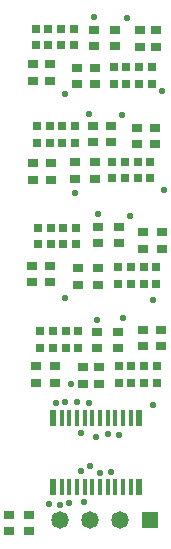
<source format=gts>
%FSLAX44Y44*%
%MOMM*%
G71*
G01*
G75*
G04 Layer_Color=8388736*
%ADD10R,0.7250X0.7000*%
%ADD11R,0.9000X0.8000*%
%ADD12R,0.6000X1.3500*%
%ADD13R,0.4000X1.3500*%
%ADD14C,0.2000*%
%ADD15C,1.5000*%
%ADD16R,1.5000X1.5000*%
%ADD17C,0.6000*%
%ADD18C,0.2540*%
%ADD19R,0.7050X0.6800*%
%ADD20R,0.8800X0.7800*%
%ADD21R,0.5800X1.3300*%
%ADD22R,0.3800X1.3300*%
%ADD23C,1.4800*%
%ADD24R,1.4800X1.4800*%
%ADD25C,0.5800*%
D19*
X560840Y946150D02*
D03*
X571590D02*
D03*
X582340D02*
D03*
X593090D02*
D03*
X560840Y960150D02*
D03*
X571590D02*
D03*
X582340D02*
D03*
X593090D02*
D03*
X659525Y930290D02*
D03*
X648775D02*
D03*
X638025D02*
D03*
X627275D02*
D03*
X659525Y916290D02*
D03*
X648775D02*
D03*
X638025D02*
D03*
X627275D02*
D03*
X659130Y1014080D02*
D03*
X648380D02*
D03*
X637630D02*
D03*
X626880D02*
D03*
X659130Y1000080D02*
D03*
X648380D02*
D03*
X637630D02*
D03*
X626880D02*
D03*
X558858Y1033780D02*
D03*
X569608D02*
D03*
X580358D02*
D03*
X591108D02*
D03*
X558858Y1047780D02*
D03*
X569608D02*
D03*
X580358D02*
D03*
X591108D02*
D03*
X558210Y1119527D02*
D03*
X568960D02*
D03*
X579710D02*
D03*
X590460D02*
D03*
X558210Y1133527D02*
D03*
X568960D02*
D03*
X579710D02*
D03*
X590460D02*
D03*
X557030Y1202070D02*
D03*
X567780D02*
D03*
X578530D02*
D03*
X589280D02*
D03*
X557030Y1216070D02*
D03*
X567780D02*
D03*
X578530D02*
D03*
X589280D02*
D03*
X655320Y1183670D02*
D03*
X644570D02*
D03*
X633820D02*
D03*
X623070D02*
D03*
X655320Y1169670D02*
D03*
X644570D02*
D03*
X633820D02*
D03*
X623070D02*
D03*
X654050Y1103630D02*
D03*
X643300D02*
D03*
X632550D02*
D03*
X621800D02*
D03*
X654050Y1089630D02*
D03*
X643300D02*
D03*
X632550D02*
D03*
X621800D02*
D03*
D20*
X591820Y1183050D02*
D03*
Y1169050D02*
D03*
X607060Y1183050D02*
D03*
Y1169050D02*
D03*
X659130Y1200800D02*
D03*
Y1214800D02*
D03*
X645160Y1200800D02*
D03*
Y1214800D02*
D03*
X596900Y915670D02*
D03*
Y929670D02*
D03*
X620440Y1134147D02*
D03*
Y1120147D02*
D03*
X569640Y1102397D02*
D03*
Y1088397D02*
D03*
X554400Y1102397D02*
D03*
Y1088397D02*
D03*
X590550Y1103010D02*
D03*
Y1089010D02*
D03*
X607060Y1103010D02*
D03*
Y1089010D02*
D03*
X642620Y1118220D02*
D03*
Y1132220D02*
D03*
X657860Y1118220D02*
D03*
Y1132220D02*
D03*
X569018Y1015380D02*
D03*
Y1001380D02*
D03*
X553778Y1015380D02*
D03*
Y1001380D02*
D03*
X627438Y1048400D02*
D03*
Y1034400D02*
D03*
X609658Y1048400D02*
D03*
Y1034400D02*
D03*
X593090Y999460D02*
D03*
Y1013460D02*
D03*
X609600Y999460D02*
D03*
Y1013460D02*
D03*
X664210Y1029940D02*
D03*
Y1043940D02*
D03*
X647700Y1029940D02*
D03*
Y1043940D02*
D03*
X573540Y930290D02*
D03*
Y916290D02*
D03*
X557030Y930290D02*
D03*
Y916290D02*
D03*
X662940Y947420D02*
D03*
Y961420D02*
D03*
X624340Y1201420D02*
D03*
Y1215420D02*
D03*
X606560Y1201420D02*
D03*
Y1215420D02*
D03*
X605200Y1134147D02*
D03*
Y1120147D02*
D03*
X626880Y959500D02*
D03*
Y945500D02*
D03*
X609100Y959500D02*
D03*
Y945500D02*
D03*
X610870Y915670D02*
D03*
Y929670D02*
D03*
X534670Y790560D02*
D03*
Y804560D02*
D03*
X551180Y790560D02*
D03*
Y804560D02*
D03*
X568960Y1186210D02*
D03*
Y1172210D02*
D03*
X554990Y1186210D02*
D03*
Y1172210D02*
D03*
X647700Y947420D02*
D03*
Y961420D02*
D03*
D21*
X571390Y827960D02*
D03*
X644890D02*
D03*
X571390Y886460D02*
D03*
X644890D02*
D03*
D22*
X578890Y827960D02*
D03*
X585390D02*
D03*
X591890D02*
D03*
X598390D02*
D03*
X604890D02*
D03*
X611390D02*
D03*
X617890D02*
D03*
X624390D02*
D03*
X630890D02*
D03*
X637390D02*
D03*
X578890Y886460D02*
D03*
X585390D02*
D03*
X591890D02*
D03*
X598390D02*
D03*
X604890D02*
D03*
X611390D02*
D03*
X617890D02*
D03*
X624390D02*
D03*
X630890D02*
D03*
X637390D02*
D03*
D23*
X577850Y800100D02*
D03*
X603250D02*
D03*
X628650D02*
D03*
D24*
X654050D02*
D03*
D25*
X656590Y897890D02*
D03*
X577850Y812800D02*
D03*
X585390Y814150D02*
D03*
X598170Y815340D02*
D03*
X568325Y813435D02*
D03*
X603250Y845820D02*
D03*
X586740Y915670D02*
D03*
X656590Y986790D02*
D03*
X665480Y1079500D02*
D03*
X664210Y1163320D02*
D03*
X607695Y870585D02*
D03*
X581660Y900430D02*
D03*
X595630Y873760D02*
D03*
X574040Y899160D02*
D03*
X621030Y840740D02*
D03*
X611390Y840220D02*
D03*
X594995Y841375D02*
D03*
X627380Y872490D02*
D03*
X617890Y873160D02*
D03*
X601980Y899160D02*
D03*
X591890Y900360D02*
D03*
X631190Y971550D02*
D03*
X609100Y969780D02*
D03*
X581690Y988060D02*
D03*
X636948Y1057910D02*
D03*
X609658Y1059122D02*
D03*
X629920Y1143000D02*
D03*
X601980Y1144270D02*
D03*
X590550Y1076960D02*
D03*
X581660Y1160780D02*
D03*
X634470Y1225550D02*
D03*
X606560Y1226320D02*
D03*
M02*

</source>
